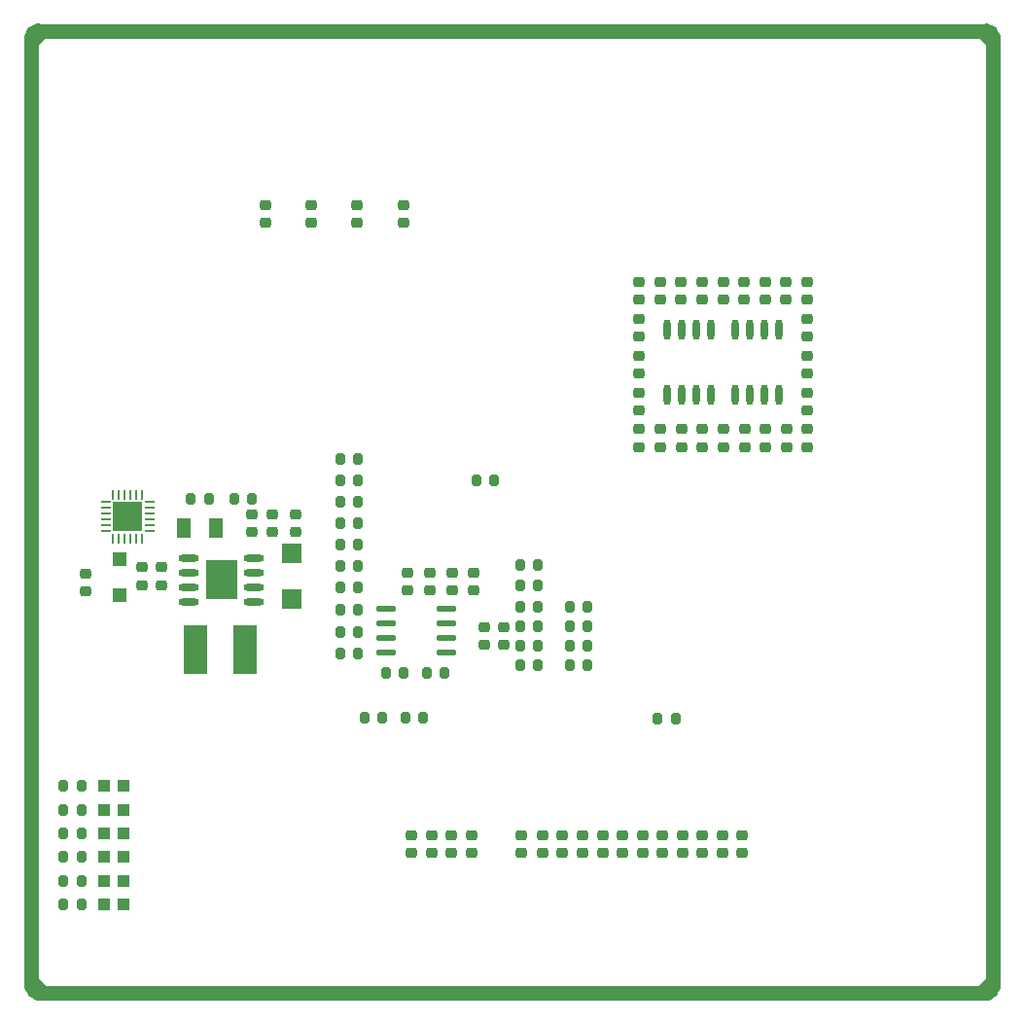
<source format=gbp>
G04*
G04 #@! TF.GenerationSoftware,Altium Limited,Altium Designer,24.1.2 (44)*
G04*
G04 Layer_Color=128*
%FSLAX44Y44*%
%MOMM*%
G71*
G04*
G04 #@! TF.SameCoordinates,CA10E9FC-EB55-4E7A-9E12-DBC140C81C46*
G04*
G04*
G04 #@! TF.FilePolarity,Positive*
G04*
G01*
G75*
%ADD23C,1.2300*%
G04:AMPARAMS|DCode=33|XSize=0.95mm|YSize=0.85mm|CornerRadius=0.2125mm|HoleSize=0mm|Usage=FLASHONLY|Rotation=180.000|XOffset=0mm|YOffset=0mm|HoleType=Round|Shape=RoundedRectangle|*
%AMROUNDEDRECTD33*
21,1,0.9500,0.4250,0,0,180.0*
21,1,0.5250,0.8500,0,0,180.0*
1,1,0.4250,-0.2625,0.2125*
1,1,0.4250,0.2625,0.2125*
1,1,0.4250,0.2625,-0.2125*
1,1,0.4250,-0.2625,-0.2125*
%
%ADD33ROUNDEDRECTD33*%
G04:AMPARAMS|DCode=34|XSize=0.95mm|YSize=0.85mm|CornerRadius=0.2125mm|HoleSize=0mm|Usage=FLASHONLY|Rotation=90.000|XOffset=0mm|YOffset=0mm|HoleType=Round|Shape=RoundedRectangle|*
%AMROUNDEDRECTD34*
21,1,0.9500,0.4250,0,0,90.0*
21,1,0.5250,0.8500,0,0,90.0*
1,1,0.4250,0.2125,0.2625*
1,1,0.4250,0.2125,-0.2625*
1,1,0.4250,-0.2125,-0.2625*
1,1,0.4250,-0.2125,0.2625*
%
%ADD34ROUNDEDRECTD34*%
%ADD39R,1.8000X1.8000*%
%ADD65O,0.6000X1.8000*%
%ADD147R,2.7178X3.4036*%
%ADD148O,1.8000X0.6000*%
%ADD149R,2.6500X2.6500*%
%ADD150R,0.8048X0.2746*%
%ADD151R,0.2746X0.8048*%
G04:AMPARAMS|DCode=152|XSize=1.64mm|YSize=0.59mm|CornerRadius=0.1475mm|HoleSize=0mm|Usage=FLASHONLY|Rotation=0.000|XOffset=0mm|YOffset=0mm|HoleType=Round|Shape=RoundedRectangle|*
%AMROUNDEDRECTD152*
21,1,1.6400,0.2950,0,0,0.0*
21,1,1.3450,0.5900,0,0,0.0*
1,1,0.2950,0.6725,-0.1475*
1,1,0.2950,-0.6725,-0.1475*
1,1,0.2950,-0.6725,0.1475*
1,1,0.2950,0.6725,0.1475*
%
%ADD152ROUNDEDRECTD152*%
%ADD153R,2.0000X4.2000*%
G04:AMPARAMS|DCode=154|XSize=1.75mm|YSize=1.25mm|CornerRadius=0.2438mm|HoleSize=0mm|Usage=FLASHONLY|Rotation=270.000|XOffset=0mm|YOffset=0mm|HoleType=Round|Shape=RoundedRectangle|*
%AMROUNDEDRECTD154*
21,1,1.7500,0.7625,0,0,270.0*
21,1,1.2625,1.2500,0,0,270.0*
1,1,0.4875,-0.3813,-0.6313*
1,1,0.4875,-0.3813,0.6313*
1,1,0.4875,0.3813,0.6313*
1,1,0.4875,0.3813,-0.6313*
%
%ADD154ROUNDEDRECTD154*%
%ADD155R,1.1000X1.0000*%
%ADD156R,1.3000X1.1500*%
G36*
X837997Y837997D02*
X837984Y830638D01*
X837837D01*
X830440Y838035D01*
X837959D01*
X837997Y837997D01*
D02*
G37*
G36*
X19362Y837984D02*
Y837837D01*
X11965Y830440D01*
Y837959D01*
X12003Y837997D01*
X19362Y837984D01*
D02*
G37*
G36*
X102180Y421702D02*
X90930D01*
Y432952D01*
X102180D01*
Y421702D01*
D02*
G37*
G36*
X88930D02*
X77680D01*
Y432952D01*
X88930D01*
Y421702D01*
D02*
G37*
G36*
X102180Y408452D02*
X90930D01*
Y419702D01*
X102180D01*
Y408452D01*
D02*
G37*
G36*
X88930D02*
X77680D01*
Y419702D01*
X88930D01*
Y408452D01*
D02*
G37*
G36*
X838035Y12041D02*
X837997Y12003D01*
X830638Y12016D01*
Y12163D01*
X838035Y19560D01*
Y12041D01*
D02*
G37*
G36*
X19560Y11965D02*
X12041D01*
X12003Y12003D01*
X12016Y19362D01*
X12163D01*
X19560Y11965D01*
D02*
G37*
D23*
X12006Y843650D02*
G03*
X6356Y838012I0J-5650D01*
G01*
X6356Y12000D02*
G03*
X11994Y6350I5650J0D01*
G01*
X838006Y6350D02*
G03*
X843656Y11988I0J5650D01*
G01*
X843656Y838000D02*
G03*
X838024Y843650I-5650J0D01*
G01*
X6356Y155503D02*
Y415503D01*
X843656Y706779D02*
Y837975D01*
X843656Y696779D02*
X843656Y706779D01*
X843656Y426780D02*
Y696779D01*
X843656Y416780D02*
X843656Y426780D01*
X843656Y156780D02*
Y416780D01*
X843656Y146780D02*
X843656Y156780D01*
X843656Y12000D02*
Y146780D01*
X700857Y6350D02*
X837981D01*
X690857Y6350D02*
X700857Y6350D01*
X430857Y6350D02*
X690857D01*
X706321Y843650D02*
X838006D01*
X696321Y843650D02*
X706321Y843650D01*
X426322Y843650D02*
X696321D01*
X416322Y843650D02*
X426322Y843650D01*
X156323Y843650D02*
X416322D01*
X146323Y843650D02*
X156323Y843650D01*
X12024Y843650D02*
X146323D01*
X420857Y6350D02*
X430857Y6350D01*
X265000Y6350D02*
X420857D01*
X12006Y6350D02*
X140858D01*
X150858Y6350D01*
X265000D01*
X6356Y705502D02*
Y838000D01*
X6356Y695502D02*
X6356Y705502D01*
X6356Y425503D02*
Y695502D01*
X6356Y415503D02*
X6356Y425503D01*
X6356Y145503D02*
X6356Y155503D01*
X6356Y12025D02*
Y145503D01*
D33*
X53866Y355470D02*
D03*
Y370970D02*
D03*
X663445Y625166D02*
D03*
Y609666D02*
D03*
X608577Y609666D02*
D03*
Y625166D02*
D03*
X681984Y481200D02*
D03*
Y496700D02*
D03*
X645343Y496700D02*
D03*
Y481200D02*
D03*
X626866Y609666D02*
D03*
Y625166D02*
D03*
X663664Y496700D02*
D03*
Y481200D02*
D03*
X535419Y625166D02*
D03*
Y609666D02*
D03*
X553740Y481200D02*
D03*
Y496700D02*
D03*
X571998Y609666D02*
D03*
Y625166D02*
D03*
X590381Y496700D02*
D03*
Y481200D02*
D03*
X590287Y609666D02*
D03*
Y625166D02*
D03*
X572060Y496700D02*
D03*
Y481200D02*
D03*
X198611Y422861D02*
D03*
Y407361D02*
D03*
X391393Y356550D02*
D03*
Y372050D02*
D03*
X372266Y356550D02*
D03*
Y372050D02*
D03*
X353138Y356550D02*
D03*
Y372050D02*
D03*
X334010Y356550D02*
D03*
Y372050D02*
D03*
X520837Y143240D02*
D03*
Y127740D02*
D03*
X389308Y143240D02*
D03*
Y127740D02*
D03*
X572918Y143240D02*
D03*
Y127740D02*
D03*
X624999Y143240D02*
D03*
Y127740D02*
D03*
X337227Y143240D02*
D03*
Y127740D02*
D03*
X590279Y127740D02*
D03*
Y143240D02*
D03*
X607639Y143240D02*
D03*
Y127740D02*
D03*
X538197Y127740D02*
D03*
Y143240D02*
D03*
X555558Y143240D02*
D03*
Y127740D02*
D03*
X468756Y127740D02*
D03*
Y143240D02*
D03*
X503477Y143240D02*
D03*
Y127740D02*
D03*
X451395Y127740D02*
D03*
Y143240D02*
D03*
X486116Y143240D02*
D03*
Y127740D02*
D03*
X371947Y127740D02*
D03*
Y143240D02*
D03*
X354587Y143240D02*
D03*
Y127740D02*
D03*
X432972Y143240D02*
D03*
Y127740D02*
D03*
X210000Y676410D02*
D03*
Y691910D02*
D03*
X250000Y676410D02*
D03*
Y691910D02*
D03*
X681860Y577550D02*
D03*
Y593050D02*
D03*
X681860Y560933D02*
D03*
Y545433D02*
D03*
X681859Y609666D02*
D03*
Y625166D02*
D03*
X681860Y528816D02*
D03*
Y513316D02*
D03*
X645281Y609666D02*
D03*
Y625166D02*
D03*
X627147Y496700D02*
D03*
Y481200D02*
D03*
X535544Y545433D02*
D03*
Y560933D02*
D03*
X535544Y528816D02*
D03*
Y513316D02*
D03*
X535544Y577550D02*
D03*
Y593050D02*
D03*
X535544Y496700D02*
D03*
Y481200D02*
D03*
X553833Y609666D02*
D03*
Y625166D02*
D03*
X608827Y496700D02*
D03*
Y481200D02*
D03*
X236504Y407250D02*
D03*
Y422750D02*
D03*
X102966Y376507D02*
D03*
Y361007D02*
D03*
X119444Y376606D02*
D03*
Y361106D02*
D03*
X417190Y309101D02*
D03*
Y324601D02*
D03*
X400549Y309101D02*
D03*
Y324601D02*
D03*
X216370Y407361D02*
D03*
Y422861D02*
D03*
X330454Y676410D02*
D03*
Y691910D02*
D03*
X290000Y676410D02*
D03*
Y691910D02*
D03*
D34*
X34160Y82804D02*
D03*
X49660D02*
D03*
X34160Y103497D02*
D03*
X49660D02*
D03*
X34160Y124189D02*
D03*
X49660D02*
D03*
X34160Y144881D02*
D03*
X49660D02*
D03*
X290780Y433682D02*
D03*
X275280D02*
D03*
X290780Y377447D02*
D03*
X275280D02*
D03*
X290780Y414937D02*
D03*
X275280D02*
D03*
X290780Y396059D02*
D03*
X275280D02*
D03*
X275280Y452427D02*
D03*
X290780D02*
D03*
X275280Y358702D02*
D03*
X290780D02*
D03*
X275280Y471172D02*
D03*
X290780D02*
D03*
X275280Y339957D02*
D03*
X290780D02*
D03*
X296556Y245638D02*
D03*
X312056D02*
D03*
X198484Y436212D02*
D03*
X182984D02*
D03*
X34160Y186265D02*
D03*
X49660D02*
D03*
X34160Y165573D02*
D03*
X49660D02*
D03*
X290604Y301248D02*
D03*
X275104D02*
D03*
X290780Y320040D02*
D03*
X275280D02*
D03*
X409250Y452500D02*
D03*
X393750D02*
D03*
X332116Y245638D02*
D03*
X347616D02*
D03*
X431956Y308177D02*
D03*
X447456D02*
D03*
X431956Y342366D02*
D03*
X447456D02*
D03*
X431956Y325271D02*
D03*
X447456D02*
D03*
X431956Y291083D02*
D03*
X447456D02*
D03*
X475219Y342366D02*
D03*
X490719D02*
D03*
X475219Y308177D02*
D03*
X490719D02*
D03*
X475219Y325271D02*
D03*
X490719D02*
D03*
X475219Y291083D02*
D03*
X490719D02*
D03*
X160755Y436071D02*
D03*
X145255D02*
D03*
X431958Y378231D02*
D03*
X447458D02*
D03*
Y360781D02*
D03*
X431958D02*
D03*
X366204Y284416D02*
D03*
X350704D02*
D03*
X330644D02*
D03*
X315144D02*
D03*
X551517Y245146D02*
D03*
X567017D02*
D03*
D39*
X232733Y388601D02*
D03*
Y348601D02*
D03*
D65*
X619234Y583531D02*
D03*
X631934D02*
D03*
X644633D02*
D03*
X657334D02*
D03*
X619234Y527031D02*
D03*
X631934D02*
D03*
X644633D02*
D03*
X657334D02*
D03*
X597644Y527031D02*
D03*
X584944D02*
D03*
X572243D02*
D03*
X559543D02*
D03*
X597644Y583531D02*
D03*
X584944D02*
D03*
X572243D02*
D03*
X559543D02*
D03*
D147*
X171657Y365732D02*
D03*
D148*
X199910Y384476D02*
D03*
Y371776D02*
D03*
Y359076D02*
D03*
Y346376D02*
D03*
X143410Y384476D02*
D03*
Y371776D02*
D03*
Y359076D02*
D03*
Y346376D02*
D03*
D149*
X89930Y420702D02*
D03*
D150*
X70906Y433202D02*
D03*
Y428202D02*
D03*
Y423202D02*
D03*
Y418202D02*
D03*
Y413202D02*
D03*
Y408202D02*
D03*
X108954D02*
D03*
Y413202D02*
D03*
Y418202D02*
D03*
Y423202D02*
D03*
Y428202D02*
D03*
Y433202D02*
D03*
D151*
X77430Y401678D02*
D03*
X82430D02*
D03*
X87430D02*
D03*
X92430D02*
D03*
X97430D02*
D03*
X102430D02*
D03*
Y439726D02*
D03*
X97430D02*
D03*
X92430D02*
D03*
X87430D02*
D03*
X82430D02*
D03*
X77430D02*
D03*
D152*
X315280Y302260D02*
D03*
Y314960D02*
D03*
Y327660D02*
D03*
Y340360D02*
D03*
X367980D02*
D03*
Y327660D02*
D03*
Y314960D02*
D03*
Y302260D02*
D03*
D153*
X192400Y304720D02*
D03*
X149000D02*
D03*
D154*
X166905Y410746D02*
D03*
X138905D02*
D03*
D155*
X69232Y82804D02*
D03*
X86232D02*
D03*
X69232Y103497D02*
D03*
X86232D02*
D03*
X69232Y124189D02*
D03*
X86232D02*
D03*
X69232Y144881D02*
D03*
X86232D02*
D03*
X69232Y186265D02*
D03*
X86232D02*
D03*
X69232Y165573D02*
D03*
X86232D02*
D03*
D156*
X82816Y383720D02*
D03*
Y352720D02*
D03*
M02*

</source>
